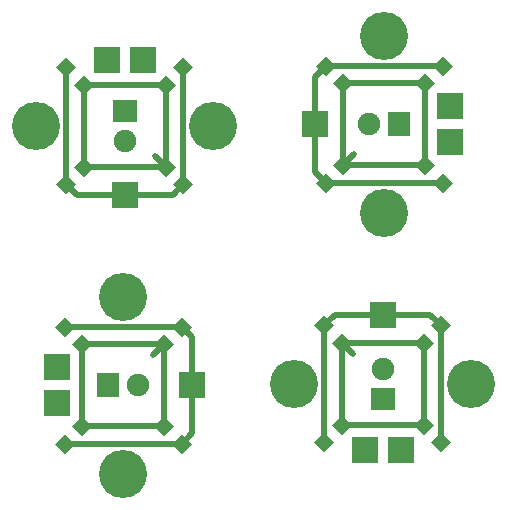
<source format=gtl>
G04 #@! TF.FileFunction,Copper,L1,Top,Signal*
%FSLAX46Y46*%
G04 Gerber Fmt 4.6, Leading zero omitted, Abs format (unit mm)*
G04 Created by KiCad (PCBNEW 4.0.3-stable) date Sun Sep  4 14:24:28 2016*
%MOMM*%
%LPD*%
G01*
G04 APERTURE LIST*
%ADD10C,0.100000*%
%ADD11C,4.064000*%
%ADD12R,2.235200X2.235200*%
%ADD13R,1.900000X2.000000*%
%ADD14C,1.900000*%
%ADD15R,2.000000X1.900000*%
%ADD16C,0.400000*%
%ADD17C,0.500000*%
G04 APERTURE END LIST*
D10*
D11*
X62801500Y-30663500D03*
X62801500Y-45663500D03*
D12*
X56959500Y-38163500D03*
X68389500Y-39687500D03*
X68389500Y-36639500D03*
D10*
G36*
X57011995Y-33221731D02*
X57859731Y-32373995D01*
X58707467Y-33221731D01*
X57859731Y-34069467D01*
X57011995Y-33221731D01*
X57011995Y-33221731D01*
G37*
G36*
X58495533Y-34705269D02*
X59343269Y-33857533D01*
X60191005Y-34705269D01*
X59343269Y-35553005D01*
X58495533Y-34705269D01*
X58495533Y-34705269D01*
G37*
G36*
X57859731Y-43953005D02*
X57011995Y-43105269D01*
X57859731Y-42257533D01*
X58707467Y-43105269D01*
X57859731Y-43953005D01*
X57859731Y-43953005D01*
G37*
G36*
X59343269Y-42469467D02*
X58495533Y-41621731D01*
X59343269Y-40773995D01*
X60191005Y-41621731D01*
X59343269Y-42469467D01*
X59343269Y-42469467D01*
G37*
G36*
X68591005Y-43105269D02*
X67743269Y-43953005D01*
X66895533Y-43105269D01*
X67743269Y-42257533D01*
X68591005Y-43105269D01*
X68591005Y-43105269D01*
G37*
G36*
X67107467Y-41621731D02*
X66259731Y-42469467D01*
X65411995Y-41621731D01*
X66259731Y-40773995D01*
X67107467Y-41621731D01*
X67107467Y-41621731D01*
G37*
G36*
X67743269Y-32373995D02*
X68591005Y-33221731D01*
X67743269Y-34069467D01*
X66895533Y-33221731D01*
X67743269Y-32373995D01*
X67743269Y-32373995D01*
G37*
G36*
X66259731Y-33857533D02*
X67107467Y-34705269D01*
X66259731Y-35553005D01*
X65411995Y-34705269D01*
X66259731Y-33857533D01*
X66259731Y-33857533D01*
G37*
D13*
X64071500Y-38163500D03*
D14*
X61531500Y-38163500D03*
D15*
X40830500Y-37020500D03*
D14*
X40830500Y-39560500D03*
D10*
G36*
X35040995Y-33348731D02*
X35888731Y-32500995D01*
X36736467Y-33348731D01*
X35888731Y-34196467D01*
X35040995Y-33348731D01*
X35040995Y-33348731D01*
G37*
G36*
X36524533Y-34832269D02*
X37372269Y-33984533D01*
X38220005Y-34832269D01*
X37372269Y-35680005D01*
X36524533Y-34832269D01*
X36524533Y-34832269D01*
G37*
G36*
X45772269Y-32500995D02*
X46620005Y-33348731D01*
X45772269Y-34196467D01*
X44924533Y-33348731D01*
X45772269Y-32500995D01*
X45772269Y-32500995D01*
G37*
G36*
X44288731Y-33984533D02*
X45136467Y-34832269D01*
X44288731Y-35680005D01*
X43440995Y-34832269D01*
X44288731Y-33984533D01*
X44288731Y-33984533D01*
G37*
G36*
X46620005Y-43232269D02*
X45772269Y-44080005D01*
X44924533Y-43232269D01*
X45772269Y-42384533D01*
X46620005Y-43232269D01*
X46620005Y-43232269D01*
G37*
G36*
X45136467Y-41748731D02*
X44288731Y-42596467D01*
X43440995Y-41748731D01*
X44288731Y-40900995D01*
X45136467Y-41748731D01*
X45136467Y-41748731D01*
G37*
G36*
X35888731Y-44080005D02*
X35040995Y-43232269D01*
X35888731Y-42384533D01*
X36736467Y-43232269D01*
X35888731Y-44080005D01*
X35888731Y-44080005D01*
G37*
G36*
X37372269Y-42596467D02*
X36524533Y-41748731D01*
X37372269Y-40900995D01*
X38220005Y-41748731D01*
X37372269Y-42596467D01*
X37372269Y-42596467D01*
G37*
D12*
X39306500Y-32702500D03*
X42354500Y-32702500D03*
X40830500Y-44132500D03*
D11*
X48330500Y-38290500D03*
X33330500Y-38290500D03*
X70174500Y-60134500D03*
X55174500Y-60134500D03*
D12*
X62674500Y-54292500D03*
X61150500Y-65722500D03*
X64198500Y-65722500D03*
D10*
G36*
X67616269Y-54344995D02*
X68464005Y-55192731D01*
X67616269Y-56040467D01*
X66768533Y-55192731D01*
X67616269Y-54344995D01*
X67616269Y-54344995D01*
G37*
G36*
X66132731Y-55828533D02*
X66980467Y-56676269D01*
X66132731Y-57524005D01*
X65284995Y-56676269D01*
X66132731Y-55828533D01*
X66132731Y-55828533D01*
G37*
G36*
X56884995Y-55192731D02*
X57732731Y-54344995D01*
X58580467Y-55192731D01*
X57732731Y-56040467D01*
X56884995Y-55192731D01*
X56884995Y-55192731D01*
G37*
G36*
X58368533Y-56676269D02*
X59216269Y-55828533D01*
X60064005Y-56676269D01*
X59216269Y-57524005D01*
X58368533Y-56676269D01*
X58368533Y-56676269D01*
G37*
G36*
X57732731Y-65924005D02*
X56884995Y-65076269D01*
X57732731Y-64228533D01*
X58580467Y-65076269D01*
X57732731Y-65924005D01*
X57732731Y-65924005D01*
G37*
G36*
X59216269Y-64440467D02*
X58368533Y-63592731D01*
X59216269Y-62744995D01*
X60064005Y-63592731D01*
X59216269Y-64440467D01*
X59216269Y-64440467D01*
G37*
G36*
X68464005Y-65076269D02*
X67616269Y-65924005D01*
X66768533Y-65076269D01*
X67616269Y-64228533D01*
X68464005Y-65076269D01*
X68464005Y-65076269D01*
G37*
G36*
X66980467Y-63592731D02*
X66132731Y-64440467D01*
X65284995Y-63592731D01*
X66132731Y-62744995D01*
X66980467Y-63592731D01*
X66980467Y-63592731D01*
G37*
D15*
X62674500Y-61404500D03*
D14*
X62674500Y-58864500D03*
D13*
X39433500Y-60261500D03*
D14*
X41973500Y-60261500D03*
D10*
G36*
X35761731Y-66051005D02*
X34913995Y-65203269D01*
X35761731Y-64355533D01*
X36609467Y-65203269D01*
X35761731Y-66051005D01*
X35761731Y-66051005D01*
G37*
G36*
X37245269Y-64567467D02*
X36397533Y-63719731D01*
X37245269Y-62871995D01*
X38093005Y-63719731D01*
X37245269Y-64567467D01*
X37245269Y-64567467D01*
G37*
G36*
X34913995Y-55319731D02*
X35761731Y-54471995D01*
X36609467Y-55319731D01*
X35761731Y-56167467D01*
X34913995Y-55319731D01*
X34913995Y-55319731D01*
G37*
G36*
X36397533Y-56803269D02*
X37245269Y-55955533D01*
X38093005Y-56803269D01*
X37245269Y-57651005D01*
X36397533Y-56803269D01*
X36397533Y-56803269D01*
G37*
G36*
X45645269Y-54471995D02*
X46493005Y-55319731D01*
X45645269Y-56167467D01*
X44797533Y-55319731D01*
X45645269Y-54471995D01*
X45645269Y-54471995D01*
G37*
G36*
X44161731Y-55955533D02*
X45009467Y-56803269D01*
X44161731Y-57651005D01*
X43313995Y-56803269D01*
X44161731Y-55955533D01*
X44161731Y-55955533D01*
G37*
G36*
X46493005Y-65203269D02*
X45645269Y-66051005D01*
X44797533Y-65203269D01*
X45645269Y-64355533D01*
X46493005Y-65203269D01*
X46493005Y-65203269D01*
G37*
G36*
X45009467Y-63719731D02*
X44161731Y-64567467D01*
X43313995Y-63719731D01*
X44161731Y-62871995D01*
X45009467Y-63719731D01*
X45009467Y-63719731D01*
G37*
D12*
X35115500Y-61785500D03*
X35115500Y-58737500D03*
X46545500Y-60261500D03*
D11*
X40703500Y-52761500D03*
X40703500Y-67761500D03*
D16*
X60261500Y-40703500D03*
X43370500Y-40830500D03*
X60134500Y-57594500D03*
X43243500Y-57721500D03*
D17*
X67743269Y-43105269D02*
X57859731Y-43105269D01*
X67743269Y-33221731D02*
X57859731Y-33221731D01*
X56959500Y-42227500D02*
X56959500Y-38163500D01*
X57837269Y-43105269D02*
X56959500Y-42227500D01*
X57859731Y-43105269D02*
X57837269Y-43105269D01*
X56959500Y-34121962D02*
X57859731Y-33221731D01*
X56959500Y-38163500D02*
X56959500Y-34121962D01*
X40830500Y-44132500D02*
X36788962Y-44132500D01*
X36788962Y-44132500D02*
X35888731Y-43232269D01*
X45772269Y-43232269D02*
X45772269Y-43254731D01*
X45772269Y-43254731D02*
X44894500Y-44132500D01*
X44894500Y-44132500D02*
X40830500Y-44132500D01*
X35888731Y-33348731D02*
X35888731Y-43232269D01*
X45772269Y-33348731D02*
X45772269Y-43232269D01*
X57732731Y-65076269D02*
X57732731Y-55192731D01*
X67616269Y-65076269D02*
X67616269Y-55192731D01*
X58610500Y-54292500D02*
X62674500Y-54292500D01*
X57732731Y-55170269D02*
X58610500Y-54292500D01*
X57732731Y-55192731D02*
X57732731Y-55170269D01*
X66716038Y-54292500D02*
X67616269Y-55192731D01*
X62674500Y-54292500D02*
X66716038Y-54292500D01*
X46545500Y-60261500D02*
X46545500Y-64303038D01*
X46545500Y-64303038D02*
X45645269Y-65203269D01*
X45645269Y-55319731D02*
X45667731Y-55319731D01*
X45667731Y-55319731D02*
X46545500Y-56197500D01*
X46545500Y-56197500D02*
X46545500Y-60261500D01*
X35761731Y-65203269D02*
X45645269Y-65203269D01*
X35761731Y-55319731D02*
X45645269Y-55319731D01*
X66259731Y-41621731D02*
X59343269Y-41621731D01*
X59343269Y-41621731D02*
X59343269Y-34705269D01*
X59343269Y-34705269D02*
X66259731Y-34705269D01*
X66259731Y-34705269D02*
X66259731Y-41621731D01*
X59343269Y-41621731D02*
X60261500Y-40703500D01*
X44288731Y-41748731D02*
X43370500Y-40830500D01*
X37372269Y-34832269D02*
X44288731Y-34832269D01*
X37372269Y-41748731D02*
X37372269Y-34832269D01*
X44288731Y-41748731D02*
X37372269Y-41748731D01*
X44288731Y-34832269D02*
X44288731Y-41748731D01*
X59216269Y-63592731D02*
X59216269Y-56676269D01*
X59216269Y-56676269D02*
X66132731Y-56676269D01*
X66132731Y-56676269D02*
X66132731Y-63592731D01*
X66132731Y-63592731D02*
X59216269Y-63592731D01*
X59216269Y-56676269D02*
X60134500Y-57594500D01*
X44161731Y-56803269D02*
X43243500Y-57721500D01*
X37245269Y-63719731D02*
X37245269Y-56803269D01*
X44161731Y-63719731D02*
X37245269Y-63719731D01*
X44161731Y-56803269D02*
X44161731Y-63719731D01*
X37245269Y-56803269D02*
X44161731Y-56803269D01*
M02*

</source>
